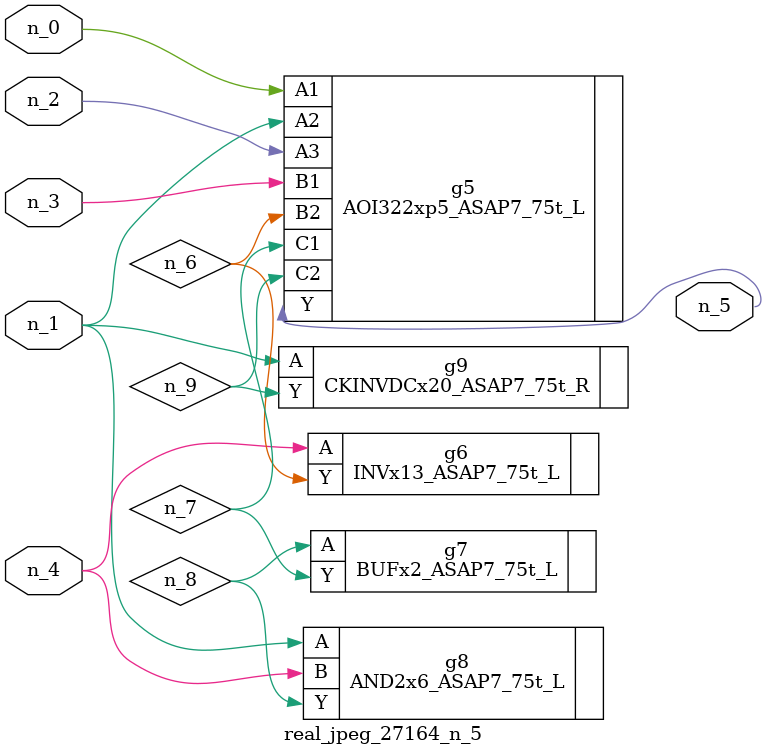
<source format=v>
module real_jpeg_27164_n_5 (n_4, n_0, n_1, n_2, n_3, n_5);

input n_4;
input n_0;
input n_1;
input n_2;
input n_3;

output n_5;

wire n_8;
wire n_6;
wire n_7;
wire n_9;

AOI322xp5_ASAP7_75t_L g5 ( 
.A1(n_0),
.A2(n_1),
.A3(n_2),
.B1(n_3),
.B2(n_6),
.C1(n_7),
.C2(n_9),
.Y(n_5)
);

AND2x6_ASAP7_75t_L g8 ( 
.A(n_1),
.B(n_4),
.Y(n_8)
);

CKINVDCx20_ASAP7_75t_R g9 ( 
.A(n_1),
.Y(n_9)
);

INVx13_ASAP7_75t_L g6 ( 
.A(n_4),
.Y(n_6)
);

BUFx2_ASAP7_75t_L g7 ( 
.A(n_8),
.Y(n_7)
);


endmodule
</source>
